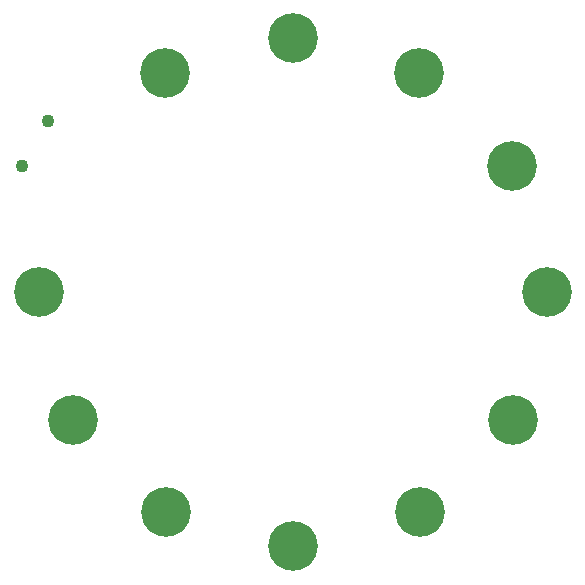
<source format=gbs>
G75*
%MOIN*%
%OFA0B0*%
%FSLAX25Y25*%
%IPPOS*%
%LPD*%
%AMOC8*
5,1,8,0,0,1.08239X$1,22.5*
%
%ADD10C,0.16548*%
%ADD11C,0.04343*%
D10*
X0084200Y0053200D03*
X0126500Y0041900D03*
X0168800Y0053200D03*
X0199800Y0084100D03*
X0211146Y0126500D03*
X0199728Y0168626D03*
X0168626Y0199728D03*
X0126500Y0211146D03*
X0083980Y0199728D03*
X0041854Y0126500D03*
X0053200Y0084100D03*
D11*
X0036343Y0168605D03*
X0045004Y0183607D03*
M02*

</source>
